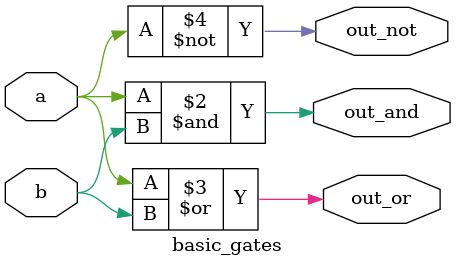
<source format=v>
module basic_gates(a,b,out_and,out_or,out_not);

    input a,b;
	output  reg out_and,out_or,out_not;
	
	always @(*) 
	  begin
	  
	    out_and = a & b;
		out_or = a | b;
		out_not = ~a;
		
	  end

endmodule	  

</source>
